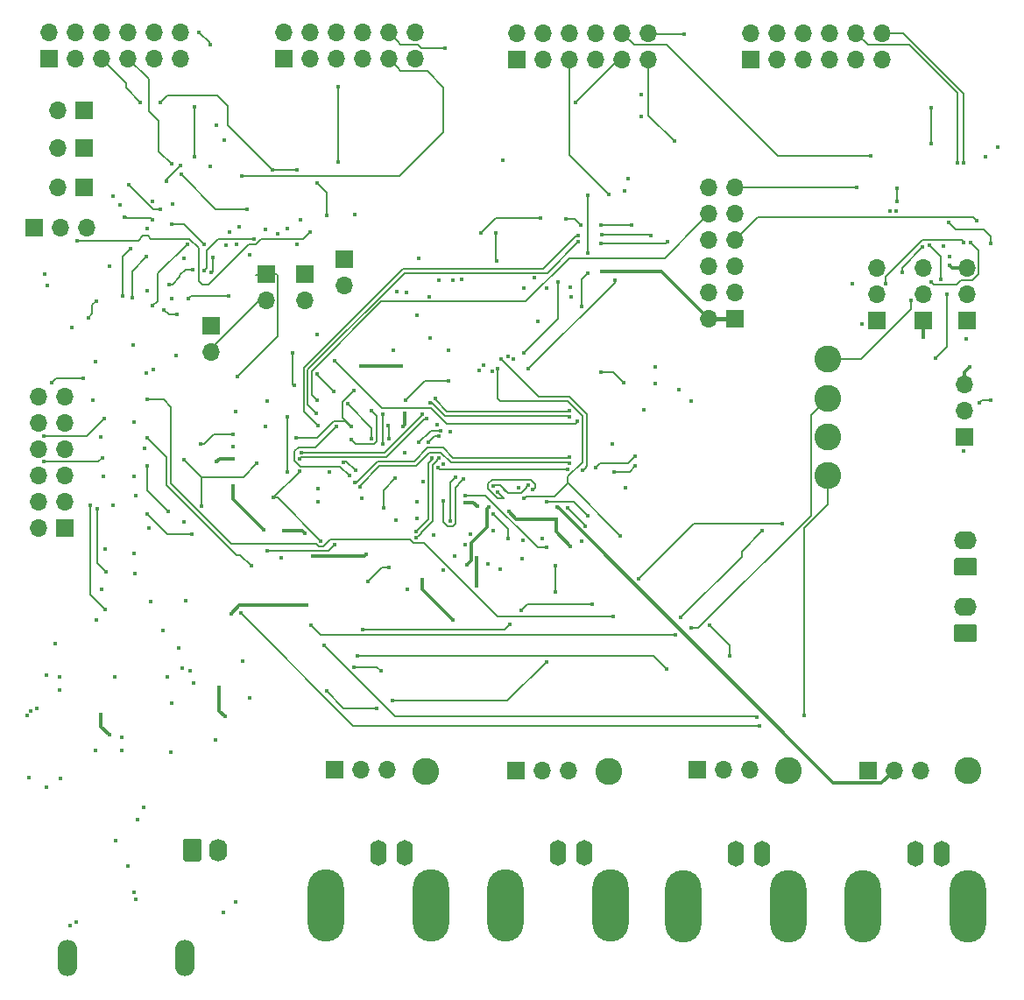
<source format=gbr>
G04 #@! TF.GenerationSoftware,KiCad,Pcbnew,5.1.5+dfsg1-2build2*
G04 #@! TF.CreationDate,2021-12-23T23:12:40-03:00*
G04 #@! TF.ProjectId,board_test,626f6172-645f-4746-9573-742e6b696361,rev?*
G04 #@! TF.SameCoordinates,Original*
G04 #@! TF.FileFunction,Copper,L4,Bot*
G04 #@! TF.FilePolarity,Positive*
%FSLAX46Y46*%
G04 Gerber Fmt 4.6, Leading zero omitted, Abs format (unit mm)*
G04 Created by KiCad (PCBNEW 5.1.5+dfsg1-2build2) date 2021-12-23 23:12:40*
%MOMM*%
%LPD*%
G04 APERTURE LIST*
%ADD10C,2.600000*%
%ADD11O,1.900000X3.500000*%
%ADD12O,1.700000X1.700000*%
%ADD13R,1.700000X1.700000*%
%ADD14C,0.100000*%
%ADD15O,2.200000X1.740000*%
%ADD16O,1.740000X2.200000*%
%ADD17O,3.500000X7.000000*%
%ADD18O,1.600000X2.500000*%
%ADD19C,0.400000*%
%ADD20C,0.450000*%
%ADD21C,0.200000*%
%ADD22C,0.300000*%
%ADD23C,0.400000*%
%ADD24C,0.250000*%
G04 APERTURE END LIST*
D10*
X215130000Y-92540000D03*
X232520000Y-92440000D03*
X197450000Y-92540000D03*
X249870000Y-92460000D03*
X236370000Y-63920000D03*
X236300000Y-60150000D03*
X236310000Y-56420000D03*
X236340000Y-52670000D03*
D11*
X174230000Y-110570000D03*
X162830000Y-110570000D03*
D12*
X241620000Y-21110000D03*
X241620000Y-23650000D03*
X239080000Y-21110000D03*
X239080000Y-23650000D03*
X236540000Y-21110000D03*
X236540000Y-23650000D03*
X234000000Y-21110000D03*
X234000000Y-23650000D03*
X231460000Y-21110000D03*
X231460000Y-23650000D03*
X228920000Y-21110000D03*
D13*
X228920000Y-23650000D03*
D12*
X196420000Y-21100000D03*
X196420000Y-23640000D03*
X193880000Y-21100000D03*
X193880000Y-23640000D03*
X191340000Y-21100000D03*
X191340000Y-23640000D03*
X188800000Y-21100000D03*
X188800000Y-23640000D03*
X186260000Y-21100000D03*
X186260000Y-23640000D03*
X183720000Y-21100000D03*
D13*
X183720000Y-23640000D03*
D12*
X224850250Y-36040000D03*
X227390250Y-36040000D03*
X224850250Y-38580000D03*
X227390250Y-38580000D03*
X224850250Y-41120000D03*
X227390250Y-41120000D03*
X224850250Y-43660000D03*
X227390250Y-43660000D03*
X224850250Y-46200000D03*
X227390250Y-46200000D03*
X224850250Y-48740000D03*
D13*
X227390250Y-48740000D03*
D12*
X245570000Y-43840000D03*
X245570000Y-46380000D03*
D13*
X245570000Y-48920000D03*
X162560000Y-68950000D03*
D12*
X160020000Y-68950000D03*
X162560000Y-66410000D03*
X160020000Y-66410000D03*
X162560000Y-63870000D03*
X160020000Y-63870000D03*
X162560000Y-61330000D03*
X160020000Y-61330000D03*
X162560000Y-58790000D03*
X160020000Y-58790000D03*
X162560000Y-56250000D03*
X160020000Y-56250000D03*
X211310000Y-92420000D03*
X208770000Y-92420000D03*
D13*
X206230000Y-92420000D03*
D12*
X193740000Y-92360000D03*
X191200000Y-92360000D03*
D13*
X188660000Y-92360000D03*
D12*
X228810000Y-92370000D03*
X226270000Y-92370000D03*
D13*
X223730000Y-92370000D03*
D12*
X245270000Y-92450000D03*
X242730000Y-92450000D03*
D13*
X240190000Y-92450000D03*
D12*
X241070000Y-43810000D03*
X241070000Y-46350000D03*
D13*
X241070000Y-48890000D03*
D12*
X164720000Y-39950000D03*
X162180000Y-39950000D03*
D13*
X159640000Y-39950000D03*
D12*
X189580000Y-45520000D03*
D13*
X189580000Y-42980000D03*
D12*
X185780000Y-46990000D03*
D13*
X185780000Y-44450000D03*
D12*
X176740000Y-51990000D03*
D13*
X176740000Y-49450000D03*
D12*
X182040000Y-47010000D03*
D13*
X182040000Y-44470000D03*
D12*
X161890000Y-32240000D03*
D13*
X164430000Y-32240000D03*
D12*
X161910000Y-28560000D03*
D13*
X164450000Y-28560000D03*
D12*
X161880000Y-36030000D03*
D13*
X164420000Y-36030000D03*
D12*
X249570000Y-55090000D03*
X249570000Y-57630000D03*
D13*
X249570000Y-60170000D03*
D12*
X249760000Y-43850000D03*
X249760000Y-46390000D03*
D13*
X249760000Y-48930000D03*
D12*
X173810000Y-21100000D03*
X173810000Y-23640000D03*
X171270000Y-21100000D03*
X171270000Y-23640000D03*
X168730000Y-21100000D03*
X168730000Y-23640000D03*
X166190000Y-21100000D03*
X166190000Y-23640000D03*
X163650000Y-21100000D03*
X163650000Y-23640000D03*
X161110000Y-21100000D03*
D13*
X161110000Y-23640000D03*
D12*
X219000000Y-21120000D03*
X219000000Y-23660000D03*
X216460000Y-21120000D03*
X216460000Y-23660000D03*
X213920000Y-21120000D03*
X213920000Y-23660000D03*
X211380000Y-21120000D03*
X211380000Y-23660000D03*
X208840000Y-21120000D03*
X208840000Y-23660000D03*
X206300000Y-21120000D03*
D13*
X206300000Y-23660000D03*
G04 #@! TA.AperFunction,ComponentPad*
D14*
G36*
X250524505Y-78261204D02*
G01*
X250548773Y-78264804D01*
X250572572Y-78270765D01*
X250595671Y-78279030D01*
X250617850Y-78289520D01*
X250638893Y-78302132D01*
X250658599Y-78316747D01*
X250676777Y-78333223D01*
X250693253Y-78351401D01*
X250707868Y-78371107D01*
X250720480Y-78392150D01*
X250730970Y-78414329D01*
X250739235Y-78437428D01*
X250745196Y-78461227D01*
X250748796Y-78485495D01*
X250750000Y-78509999D01*
X250750000Y-79750001D01*
X250748796Y-79774505D01*
X250745196Y-79798773D01*
X250739235Y-79822572D01*
X250730970Y-79845671D01*
X250720480Y-79867850D01*
X250707868Y-79888893D01*
X250693253Y-79908599D01*
X250676777Y-79926777D01*
X250658599Y-79943253D01*
X250638893Y-79957868D01*
X250617850Y-79970480D01*
X250595671Y-79980970D01*
X250572572Y-79989235D01*
X250548773Y-79995196D01*
X250524505Y-79998796D01*
X250500001Y-80000000D01*
X248799999Y-80000000D01*
X248775495Y-79998796D01*
X248751227Y-79995196D01*
X248727428Y-79989235D01*
X248704329Y-79980970D01*
X248682150Y-79970480D01*
X248661107Y-79957868D01*
X248641401Y-79943253D01*
X248623223Y-79926777D01*
X248606747Y-79908599D01*
X248592132Y-79888893D01*
X248579520Y-79867850D01*
X248569030Y-79845671D01*
X248560765Y-79822572D01*
X248554804Y-79798773D01*
X248551204Y-79774505D01*
X248550000Y-79750001D01*
X248550000Y-78509999D01*
X248551204Y-78485495D01*
X248554804Y-78461227D01*
X248560765Y-78437428D01*
X248569030Y-78414329D01*
X248579520Y-78392150D01*
X248592132Y-78371107D01*
X248606747Y-78351401D01*
X248623223Y-78333223D01*
X248641401Y-78316747D01*
X248661107Y-78302132D01*
X248682150Y-78289520D01*
X248704329Y-78279030D01*
X248727428Y-78270765D01*
X248751227Y-78264804D01*
X248775495Y-78261204D01*
X248799999Y-78260000D01*
X250500001Y-78260000D01*
X250524505Y-78261204D01*
G37*
G04 #@! TD.AperFunction*
D15*
X249650000Y-76590000D03*
X249650000Y-70190000D03*
G04 #@! TA.AperFunction,ComponentPad*
D14*
G36*
X250524505Y-71861204D02*
G01*
X250548773Y-71864804D01*
X250572572Y-71870765D01*
X250595671Y-71879030D01*
X250617850Y-71889520D01*
X250638893Y-71902132D01*
X250658599Y-71916747D01*
X250676777Y-71933223D01*
X250693253Y-71951401D01*
X250707868Y-71971107D01*
X250720480Y-71992150D01*
X250730970Y-72014329D01*
X250739235Y-72037428D01*
X250745196Y-72061227D01*
X250748796Y-72085495D01*
X250750000Y-72109999D01*
X250750000Y-73350001D01*
X250748796Y-73374505D01*
X250745196Y-73398773D01*
X250739235Y-73422572D01*
X250730970Y-73445671D01*
X250720480Y-73467850D01*
X250707868Y-73488893D01*
X250693253Y-73508599D01*
X250676777Y-73526777D01*
X250658599Y-73543253D01*
X250638893Y-73557868D01*
X250617850Y-73570480D01*
X250595671Y-73580970D01*
X250572572Y-73589235D01*
X250548773Y-73595196D01*
X250524505Y-73598796D01*
X250500001Y-73600000D01*
X248799999Y-73600000D01*
X248775495Y-73598796D01*
X248751227Y-73595196D01*
X248727428Y-73589235D01*
X248704329Y-73580970D01*
X248682150Y-73570480D01*
X248661107Y-73557868D01*
X248641401Y-73543253D01*
X248623223Y-73526777D01*
X248606747Y-73508599D01*
X248592132Y-73488893D01*
X248579520Y-73467850D01*
X248569030Y-73445671D01*
X248560765Y-73422572D01*
X248554804Y-73398773D01*
X248551204Y-73374505D01*
X248550000Y-73350001D01*
X248550000Y-72109999D01*
X248551204Y-72085495D01*
X248554804Y-72061227D01*
X248560765Y-72037428D01*
X248569030Y-72014329D01*
X248579520Y-71992150D01*
X248592132Y-71971107D01*
X248606747Y-71951401D01*
X248623223Y-71933223D01*
X248641401Y-71916747D01*
X248661107Y-71902132D01*
X248682150Y-71889520D01*
X248704329Y-71879030D01*
X248727428Y-71870765D01*
X248751227Y-71864804D01*
X248775495Y-71861204D01*
X248799999Y-71860000D01*
X250500001Y-71860000D01*
X250524505Y-71861204D01*
G37*
G04 #@! TD.AperFunction*
D16*
X177450000Y-100110000D03*
G04 #@! TA.AperFunction,ComponentPad*
D14*
G36*
X175554505Y-99011204D02*
G01*
X175578773Y-99014804D01*
X175602572Y-99020765D01*
X175625671Y-99029030D01*
X175647850Y-99039520D01*
X175668893Y-99052132D01*
X175688599Y-99066747D01*
X175706777Y-99083223D01*
X175723253Y-99101401D01*
X175737868Y-99121107D01*
X175750480Y-99142150D01*
X175760970Y-99164329D01*
X175769235Y-99187428D01*
X175775196Y-99211227D01*
X175778796Y-99235495D01*
X175780000Y-99259999D01*
X175780000Y-100960001D01*
X175778796Y-100984505D01*
X175775196Y-101008773D01*
X175769235Y-101032572D01*
X175760970Y-101055671D01*
X175750480Y-101077850D01*
X175737868Y-101098893D01*
X175723253Y-101118599D01*
X175706777Y-101136777D01*
X175688599Y-101153253D01*
X175668893Y-101167868D01*
X175647850Y-101180480D01*
X175625671Y-101190970D01*
X175602572Y-101199235D01*
X175578773Y-101205196D01*
X175554505Y-101208796D01*
X175530001Y-101210000D01*
X174289999Y-101210000D01*
X174265495Y-101208796D01*
X174241227Y-101205196D01*
X174217428Y-101199235D01*
X174194329Y-101190970D01*
X174172150Y-101180480D01*
X174151107Y-101167868D01*
X174131401Y-101153253D01*
X174113223Y-101136777D01*
X174096747Y-101118599D01*
X174082132Y-101098893D01*
X174069520Y-101077850D01*
X174059030Y-101055671D01*
X174050765Y-101032572D01*
X174044804Y-101008773D01*
X174041204Y-100984505D01*
X174040000Y-100960001D01*
X174040000Y-99259999D01*
X174041204Y-99235495D01*
X174044804Y-99211227D01*
X174050765Y-99187428D01*
X174059030Y-99164329D01*
X174069520Y-99142150D01*
X174082132Y-99121107D01*
X174096747Y-99101401D01*
X174113223Y-99083223D01*
X174131401Y-99066747D01*
X174151107Y-99052132D01*
X174172150Y-99039520D01*
X174194329Y-99029030D01*
X174217428Y-99020765D01*
X174241227Y-99014804D01*
X174265495Y-99011204D01*
X174289999Y-99010000D01*
X175530001Y-99010000D01*
X175554505Y-99011204D01*
G37*
G04 #@! TD.AperFunction*
D17*
X249880000Y-105590000D03*
X239720000Y-105590000D03*
D18*
X244800000Y-100510000D03*
X247340000Y-100510000D03*
X229990000Y-100470000D03*
X227450000Y-100470000D03*
D17*
X222370000Y-105550000D03*
X232530000Y-105550000D03*
X197970000Y-105500000D03*
X187810000Y-105500000D03*
D18*
X192890000Y-100420000D03*
X195430000Y-100420000D03*
X212780000Y-100430000D03*
X210240000Y-100430000D03*
D17*
X205160000Y-105510000D03*
X215320000Y-105510000D03*
D19*
X187640000Y-80360000D03*
X229500000Y-87240000D03*
X164340000Y-54550000D03*
X161360000Y-54910000D03*
X170530000Y-63010000D03*
X172570876Y-67389124D03*
X190870000Y-81310000D03*
X220800000Y-82660000D03*
X160560000Y-60130000D03*
X166420000Y-58430000D03*
X160580000Y-62580000D03*
X166200000Y-62230000D03*
X190550000Y-82410000D03*
X193160000Y-82800000D03*
X187920000Y-84770000D03*
X192730000Y-86400000D03*
X194260000Y-85700000D03*
X209133600Y-81950000D03*
X165730000Y-67090000D03*
X166570000Y-73250000D03*
X165040000Y-66780000D03*
X166490000Y-76850000D03*
X210188515Y-66958586D03*
X202350000Y-74590000D03*
X201260000Y-66510000D03*
X202412999Y-71889183D03*
X202440001Y-66892256D03*
D20*
X168670000Y-101690000D03*
D19*
X183740000Y-69230000D03*
X185763559Y-69456441D03*
X186590000Y-71680000D03*
X191705000Y-71555000D03*
X195450000Y-61730000D03*
X190660000Y-63410000D03*
X189500000Y-62625527D03*
X193379546Y-67026884D03*
X194520000Y-64180000D03*
X181830000Y-69130000D03*
X178859999Y-64945000D03*
X179090000Y-57710000D03*
X172900000Y-85910000D03*
X180839540Y-41021279D03*
X176052291Y-44055010D03*
X174930000Y-43990000D03*
X172700000Y-45430000D03*
X187900000Y-38740000D03*
X182699998Y-34390000D03*
X169880000Y-27820000D03*
X171830000Y-27810000D03*
X185020000Y-34390000D03*
X186970000Y-35650000D03*
X168358606Y-38899170D03*
X171052985Y-39162983D03*
X168742696Y-35772696D03*
X171820000Y-38150000D03*
X165600000Y-47080000D03*
X164850000Y-48670000D03*
X168160000Y-46530000D03*
X168970000Y-41972500D03*
X174420000Y-41520000D03*
X171080000Y-47500000D03*
X173410000Y-48340000D03*
X172200000Y-47880000D03*
X169110000Y-46700000D03*
X170505000Y-42750000D03*
X205427501Y-70000000D03*
X203990000Y-67660000D03*
X198760000Y-60130000D03*
X197700000Y-60730008D03*
X196630000Y-66480000D03*
X217710000Y-62060000D03*
X213868946Y-63181054D03*
X199670000Y-54800000D03*
X195570000Y-56620000D03*
X193359999Y-58015010D03*
X193359999Y-60850000D03*
X215660000Y-63530000D03*
X217740000Y-62970000D03*
X197210008Y-64530000D03*
X198550000Y-58990000D03*
X214390000Y-53940000D03*
X216622500Y-54970000D03*
X200347510Y-64060000D03*
X199825000Y-68320000D03*
X222090000Y-77660000D03*
X215570000Y-77580000D03*
X170520000Y-56580000D03*
X229980000Y-69280000D03*
X244419999Y-46950001D03*
X245520000Y-41830000D03*
X243530000Y-44270000D03*
X170560000Y-60240000D03*
X221600000Y-79350000D03*
X223140000Y-78630000D03*
X186348554Y-78361446D03*
X180652463Y-72665355D03*
X246160000Y-41670000D03*
X247230000Y-44910000D03*
X218040000Y-73880000D03*
X213540000Y-76350000D03*
X206730000Y-76940000D03*
X205570000Y-78270000D03*
X191360000Y-78780000D03*
X174880000Y-69600000D03*
X170530000Y-67640000D03*
X231930000Y-68530000D03*
X179590000Y-77240000D03*
X229740000Y-88140000D03*
X234080000Y-87130000D03*
X246740000Y-52590000D03*
X247840000Y-46380000D03*
X239170000Y-36040000D03*
X249500000Y-41350000D03*
X241920000Y-45330000D03*
X246350000Y-45190000D03*
X250100000Y-41350000D03*
X250710000Y-39240000D03*
X249470000Y-33650000D03*
X248850000Y-33650000D03*
X246339999Y-31783151D03*
X246339999Y-28310001D03*
X222490000Y-21260000D03*
X240455030Y-33005030D03*
X243050000Y-36120000D03*
X243010000Y-37420000D03*
X248030000Y-39430000D03*
X252080000Y-41480000D03*
X252050010Y-56640000D03*
X250990000Y-56860000D03*
X177990000Y-31470000D03*
X214478555Y-44141445D03*
X200980000Y-44910000D03*
X196780000Y-42910000D03*
X198740000Y-45040000D03*
X165560000Y-52910000D03*
X165310000Y-56620000D03*
X166090000Y-60200000D03*
X166310000Y-63950000D03*
X167270000Y-66770000D03*
X166480000Y-71010000D03*
X166180000Y-74890000D03*
X242360000Y-38379999D03*
X242950000Y-38379999D03*
X251610000Y-33090000D03*
D20*
X165620000Y-77860000D03*
D19*
X179680000Y-34980000D03*
X189030000Y-26350000D03*
X189030000Y-33570000D03*
X199300000Y-22570000D03*
X212576446Y-47576446D03*
X213140000Y-44360000D03*
X213150000Y-42370000D03*
X213150000Y-36800000D03*
X221480000Y-31560000D03*
X211920000Y-27830000D03*
X215190000Y-36700000D03*
X176610000Y-22220000D03*
X175580000Y-21080000D03*
X175130000Y-33070000D03*
X175130000Y-28300000D03*
X173728554Y-33911446D03*
X172390000Y-35490000D03*
X180230000Y-38150000D03*
X173840000Y-34800000D03*
X172890000Y-33780000D03*
X187060000Y-59100000D03*
X212240000Y-40720000D03*
X214490000Y-40620000D03*
X219260000Y-40680000D03*
X186930000Y-57910000D03*
X212190000Y-41330000D03*
X214380000Y-41430000D03*
X220870000Y-41270000D03*
X186970000Y-56620000D03*
X217370000Y-39710000D03*
X214450000Y-39730000D03*
X212460000Y-39700000D03*
X211060000Y-39070000D03*
X208530000Y-39030000D03*
X202820000Y-40470000D03*
X179290000Y-54320000D03*
X174517500Y-46810000D03*
X178420000Y-46530000D03*
X186330000Y-40340000D03*
X163740000Y-41200000D03*
X184640000Y-52030000D03*
X184740000Y-55160000D03*
X184080000Y-63590000D03*
X184080000Y-58220000D03*
X211159102Y-63327081D03*
X198660000Y-63155000D03*
X192259999Y-60354990D03*
X186975000Y-54045000D03*
X189940000Y-57000000D03*
X188610000Y-55815000D03*
X212130000Y-58680000D03*
X188660000Y-52840000D03*
X188630000Y-70590000D03*
X182153909Y-71163909D03*
X182780000Y-66050000D03*
X185255000Y-63520000D03*
X187350000Y-70250000D03*
X190250000Y-59170000D03*
X190570000Y-55690000D03*
X184960000Y-60250000D03*
X192259999Y-57620000D03*
X190275000Y-60455000D03*
X174080000Y-62380000D03*
X175765000Y-66870000D03*
X181172500Y-62760000D03*
X178859999Y-59890000D03*
X175750031Y-60850031D03*
X191870000Y-74130000D03*
X193920000Y-72765000D03*
X196830000Y-60720000D03*
X193880000Y-60370000D03*
X193859999Y-59070000D03*
X188810000Y-59140000D03*
X190070000Y-63910000D03*
X198942866Y-59558544D03*
X199180000Y-62780000D03*
X199830000Y-59690000D03*
X201130000Y-64250000D03*
X199200000Y-66370000D03*
X196600000Y-48440000D03*
X207410728Y-64829856D03*
X204015844Y-64941461D03*
X206850000Y-70200000D03*
X208714990Y-70040000D03*
X206450000Y-65100000D03*
X203911711Y-53853684D03*
X194350000Y-51840000D03*
X196630000Y-68055000D03*
D20*
X179750000Y-81870000D03*
D19*
X218540000Y-57550000D03*
X211340000Y-62105000D03*
X190640190Y-64580190D03*
X211340000Y-62755000D03*
X191099810Y-65039810D03*
X198389810Y-56430190D03*
X211320000Y-57605000D03*
X197930190Y-56889810D03*
X211320000Y-58255000D03*
X197569810Y-58399810D03*
X185307498Y-62256658D03*
X185412453Y-61665907D03*
X197110190Y-57940190D03*
X196540720Y-69935720D03*
X198705000Y-62180000D03*
X196540720Y-69285720D03*
X198055000Y-62180000D03*
X176720000Y-44290000D03*
X176860000Y-42820000D03*
X176030000Y-41590000D03*
X172880000Y-39650000D03*
D20*
X166900000Y-89000000D03*
X166070000Y-86980000D03*
X172475000Y-83380000D03*
X174660000Y-82750000D03*
X173950000Y-82500000D03*
D19*
X186975000Y-50235000D03*
X177520000Y-84420000D03*
X178050000Y-87230000D03*
X176630000Y-34030000D03*
X178540000Y-40370000D03*
X185340000Y-39150000D03*
X249750000Y-50680000D03*
X247520000Y-41690000D03*
X208010000Y-44810000D03*
X209150000Y-45790000D03*
X206960000Y-45790000D03*
X184110000Y-40040000D03*
X185050000Y-41560000D03*
X208310000Y-48980000D03*
X179210000Y-41550000D03*
X202650000Y-53750000D03*
X203050000Y-53240000D03*
X204020000Y-69250000D03*
X201250000Y-70600000D03*
X197900000Y-50630000D03*
X199680000Y-51800000D03*
X197850000Y-46600000D03*
X195620000Y-46220000D03*
X177200000Y-30060000D03*
X190630000Y-38710000D03*
X194650000Y-46110000D03*
X219630000Y-54990000D03*
X219700000Y-53420000D03*
X221910000Y-55580000D03*
X223160000Y-56710000D03*
X216810000Y-65070000D03*
X163300000Y-49570000D03*
X171066531Y-37392623D03*
X179480000Y-39830000D03*
X252760000Y-32130000D03*
X204440000Y-65530000D03*
X204710000Y-72970000D03*
X203455910Y-72455910D03*
X206820000Y-71910000D03*
X173380000Y-52280000D03*
X169210000Y-51290000D03*
X171120000Y-53700000D03*
X170480000Y-54030000D03*
X169290000Y-58720000D03*
X169290000Y-63990000D03*
X170330000Y-61250000D03*
X169410000Y-65840000D03*
X170700000Y-68950000D03*
X169290000Y-71450000D03*
X169350000Y-73360000D03*
X239640000Y-49260000D03*
X245570000Y-50490000D03*
X249450000Y-61560000D03*
X215520000Y-60820000D03*
X183150000Y-40510000D03*
X167890000Y-37750000D03*
D20*
X177900000Y-106190000D03*
X179100000Y-105180000D03*
X163080000Y-107440000D03*
X163710000Y-107060000D03*
X167520000Y-99210000D03*
X169580000Y-97160000D03*
X170250000Y-95980000D03*
X168084999Y-90500000D03*
X168119586Y-89239586D03*
X165515001Y-90510000D03*
X162150000Y-93160000D03*
X160840000Y-94050000D03*
X159120000Y-93150000D03*
X162070000Y-84650000D03*
X162080000Y-83410000D03*
X167430000Y-83370000D03*
X175070000Y-83980000D03*
X172064999Y-78880000D03*
X170900000Y-76130000D03*
D19*
X207834432Y-65254682D03*
X211205007Y-67055007D03*
X207834432Y-65254682D03*
X212850000Y-68830000D03*
X212580000Y-70260000D03*
X195700000Y-74880000D03*
X200231879Y-71673700D03*
X198249090Y-69690910D03*
X194580000Y-68250000D03*
X191270000Y-66120000D03*
X174070000Y-68430000D03*
X181940000Y-59180000D03*
X182156409Y-56706409D03*
X183480000Y-71850000D03*
X172900000Y-46790000D03*
X200110000Y-45000000D03*
X211500000Y-46640000D03*
X211480000Y-45710000D03*
X169440000Y-104860000D03*
X169250000Y-104240000D03*
X160840000Y-83170000D03*
X173600000Y-80620000D03*
X188200000Y-63610000D03*
X170550000Y-40060000D03*
X167290000Y-36870000D03*
X170540000Y-46040000D03*
X174110000Y-42950000D03*
X161680000Y-80190000D03*
X166930000Y-43710000D03*
X172800000Y-90650000D03*
X180470000Y-85430000D03*
X177120000Y-89500000D03*
X180470000Y-42560000D03*
X204900000Y-33440000D03*
X218280000Y-29180000D03*
X218340000Y-27060000D03*
X217030000Y-35230000D03*
X216692500Y-36350000D03*
X197100000Y-74020000D03*
X248090000Y-43610000D03*
X173020000Y-37620000D03*
X160880000Y-45550000D03*
X160680000Y-44440000D03*
X248090000Y-42710000D03*
X238710000Y-45350000D03*
X250040000Y-53420000D03*
X199140000Y-73010000D03*
X201830000Y-69610000D03*
X211480000Y-70760000D03*
X210051405Y-68120000D03*
X205530000Y-67420000D03*
D20*
X158910000Y-87140000D03*
X159270000Y-86650000D03*
X159890000Y-86440000D03*
X174260000Y-76040000D03*
X178640000Y-77260000D03*
D19*
X195310000Y-59130000D03*
X195425000Y-57915000D03*
X185960000Y-76430000D03*
X187035000Y-65215000D03*
X187035000Y-66485000D03*
X178859999Y-61135000D03*
X195100000Y-53300000D03*
X191250000Y-53310000D03*
X178859999Y-62310000D03*
X177270000Y-62580000D03*
X200060000Y-77860000D03*
X182010000Y-40100000D03*
X178150000Y-41660000D03*
X205950000Y-52640000D03*
X213100000Y-67760000D03*
X209200000Y-66430001D03*
X204460000Y-53610000D03*
X216310000Y-69730000D03*
X224920000Y-78370000D03*
X226890000Y-81360000D03*
X206975000Y-66130000D03*
X205403047Y-52393333D03*
X203591446Y-66918554D03*
X201436842Y-72546842D03*
X201284065Y-65850569D03*
X204760000Y-52630000D03*
X212650910Y-63390910D03*
X209199090Y-70889090D03*
X210010000Y-72650000D03*
X210042359Y-75173187D03*
X207410000Y-53570000D03*
X215730000Y-45040000D03*
X206950001Y-52050000D03*
X210270000Y-45170000D03*
X204210000Y-40430000D03*
X204300000Y-43140000D03*
D21*
X194510000Y-87230000D02*
X227950000Y-87230000D01*
X187640000Y-80360000D02*
X194510000Y-87230000D01*
X229490000Y-87230000D02*
X229500000Y-87240000D01*
X227950000Y-87230000D02*
X229490000Y-87230000D01*
X161720000Y-54550000D02*
X161360000Y-54910000D01*
X164340000Y-54550000D02*
X161720000Y-54550000D01*
X170530000Y-65348248D02*
X172570876Y-67389124D01*
X170530000Y-63010000D02*
X170530000Y-65348248D01*
X219450000Y-81310000D02*
X220800000Y-82660000D01*
X190870000Y-81310000D02*
X219450000Y-81310000D01*
X164720000Y-60130000D02*
X166420000Y-58430000D01*
X160560000Y-60130000D02*
X164720000Y-60130000D01*
X165850000Y-62580000D02*
X166200000Y-62230000D01*
X160580000Y-62580000D02*
X165850000Y-62580000D01*
X192770000Y-82410000D02*
X193160000Y-82800000D01*
X190550000Y-82410000D02*
X192770000Y-82410000D01*
X209103600Y-81920000D02*
X209133600Y-81950000D01*
X189550000Y-86400000D02*
X192730000Y-86400000D01*
X187920000Y-84770000D02*
X189550000Y-86400000D01*
X205383600Y-85700000D02*
X209133600Y-81950000D01*
X194260000Y-85700000D02*
X205383600Y-85700000D01*
X165730000Y-72410000D02*
X166570000Y-73250000D01*
X165730000Y-67090000D02*
X165730000Y-72410000D01*
X165040000Y-75400000D02*
X166490000Y-76850000D01*
X165040000Y-66780000D02*
X165040000Y-75400000D01*
D22*
X210388514Y-67158585D02*
X210188515Y-66958586D01*
X236879930Y-93650001D02*
X210388514Y-67158585D01*
X241529999Y-93650001D02*
X236879930Y-93650001D01*
X242730000Y-92450000D02*
X241529999Y-93650001D01*
D21*
X202350000Y-74590000D02*
X202350000Y-74580000D01*
D22*
X202350000Y-71952182D02*
X202412999Y-71889183D01*
X202350000Y-74590000D02*
X202350000Y-71952182D01*
X202057745Y-66510000D02*
X202440001Y-66892256D01*
X201260000Y-66510000D02*
X202057745Y-66510000D01*
X185537118Y-69230000D02*
X185763559Y-69456441D01*
X183740000Y-69230000D02*
X185537118Y-69230000D01*
X191580000Y-71680000D02*
X191705000Y-71555000D01*
X186590000Y-71680000D02*
X191580000Y-71680000D01*
D21*
X189810000Y-62560000D02*
X190660000Y-63410000D01*
X189430000Y-62560000D02*
X189810000Y-62560000D01*
X193379546Y-65320454D02*
X194520000Y-64180000D01*
X193379546Y-67026884D02*
X193379546Y-65320454D01*
D22*
X178859999Y-66159999D02*
X178859999Y-64945000D01*
X181830000Y-69130000D02*
X178859999Y-66159999D01*
D21*
X177388721Y-41021279D02*
X180839540Y-41021279D01*
X176269999Y-43837302D02*
X176269999Y-42140001D01*
X176052291Y-44055010D02*
X176269999Y-43837302D01*
X173720000Y-44530000D02*
X174260000Y-43990000D01*
X174260000Y-43990000D02*
X174930000Y-43990000D01*
X172982842Y-45430000D02*
X173720000Y-44692842D01*
X173720000Y-44692842D02*
X173720000Y-44530000D01*
X172700000Y-45430000D02*
X172982842Y-45430000D01*
X176269999Y-42140001D02*
X177388721Y-41021279D01*
X187900000Y-36580000D02*
X187900000Y-38740000D01*
X168500000Y-26440000D02*
X169880000Y-27820000D01*
X172510002Y-27129998D02*
X177320001Y-27129998D01*
X178360000Y-28169997D02*
X178360000Y-30050002D01*
X171830000Y-27810000D02*
X172510002Y-27129998D01*
X178360000Y-30050002D02*
X182699998Y-34390000D01*
X177320001Y-27129998D02*
X178360000Y-28169997D01*
X185020000Y-34390000D02*
X182699998Y-34390000D01*
X186970000Y-35650000D02*
X187900000Y-36580000D01*
X168500000Y-25950000D02*
X166190000Y-23640000D01*
X168500000Y-26440000D02*
X168500000Y-25950000D01*
X168358606Y-38899170D02*
X168509170Y-38899170D01*
X168509170Y-38899170D02*
X168630000Y-39020000D01*
X168630000Y-39020000D02*
X170910001Y-39019999D01*
X171052985Y-39162983D02*
X170910001Y-39019999D01*
X171820000Y-38150000D02*
X171120000Y-38150000D01*
X169850000Y-36890000D02*
X168742696Y-35772696D01*
X165600000Y-47080000D02*
X165250000Y-47430000D01*
X165250000Y-48270000D02*
X164850000Y-48670000D01*
X165250000Y-47430000D02*
X165250000Y-48270000D01*
X168160000Y-46530000D02*
X168160000Y-42750000D01*
X171120000Y-38150000D02*
X169850000Y-36890000D01*
X168192500Y-42750000D02*
X168970000Y-41972500D01*
X168160000Y-42750000D02*
X168192500Y-42750000D01*
X171559999Y-47020001D02*
X171080000Y-47500000D01*
X171559999Y-44380001D02*
X171559999Y-47020001D01*
X174420000Y-41520000D02*
X171559999Y-44380001D01*
X172660000Y-48340000D02*
X172200000Y-47880000D01*
X173410000Y-48340000D02*
X172660000Y-48340000D01*
X169110000Y-44145000D02*
X170505000Y-42750000D01*
X169110000Y-46700000D02*
X169110000Y-44145000D01*
X205427501Y-69097501D02*
X203990000Y-67660000D01*
X205427501Y-70000000D02*
X205427501Y-69097501D01*
X198300008Y-60130000D02*
X197700000Y-60730008D01*
X198760000Y-60130000D02*
X198300008Y-60130000D01*
X217019090Y-62750910D02*
X217710000Y-62060000D01*
X214299090Y-62750910D02*
X217019090Y-62750910D01*
X213868946Y-63181054D02*
X214299090Y-62750910D01*
X197390000Y-54800000D02*
X195570000Y-56620000D01*
X199670000Y-54800000D02*
X197390000Y-54800000D01*
X193359999Y-58015010D02*
X193359999Y-60850000D01*
X217180000Y-63530000D02*
X217740000Y-62970000D01*
X215660000Y-63530000D02*
X217180000Y-63530000D01*
X215592500Y-53940000D02*
X216622500Y-54970000D01*
X214390000Y-53940000D02*
X215592500Y-53940000D01*
X199825000Y-64582510D02*
X199825000Y-68320000D01*
X200347510Y-64060000D02*
X199825000Y-64582510D01*
X228000000Y-71750000D02*
X222090000Y-77660000D01*
X172130000Y-56580000D02*
X170520000Y-56580000D01*
X204445000Y-77580000D02*
X197300721Y-70435721D01*
X215570000Y-77580000D02*
X204445000Y-77580000D01*
X186849999Y-70490001D02*
X178644999Y-70490001D01*
X172820000Y-64665002D02*
X172820000Y-57270000D01*
X197300721Y-70435721D02*
X196300719Y-70435721D01*
X195954997Y-70089999D02*
X188250003Y-70089999D01*
X187590001Y-70750001D02*
X187109999Y-70750001D01*
X178644999Y-70490001D02*
X172820000Y-64665002D01*
X188250003Y-70089999D02*
X187590001Y-70750001D01*
X187109999Y-70750001D02*
X186849999Y-70490001D01*
X196300719Y-70435721D02*
X195954997Y-70089999D01*
X172820000Y-57270000D02*
X172130000Y-56580000D01*
X228000000Y-71260000D02*
X229980000Y-69280000D01*
X228000000Y-71750000D02*
X228000000Y-71260000D01*
X244419999Y-47780003D02*
X244419999Y-46950001D01*
X239530002Y-52670000D02*
X244419999Y-47780003D01*
X236340000Y-52670000D02*
X239530002Y-52670000D01*
X243530000Y-43820000D02*
X243530000Y-44270000D01*
X245520000Y-41830000D02*
X243530000Y-43820000D01*
X172419990Y-62099990D02*
X172419990Y-64830691D01*
X170560000Y-60240000D02*
X172419990Y-62099990D01*
X179159299Y-71570000D02*
X172419990Y-64830691D01*
X179557108Y-71570000D02*
X180652463Y-72665355D01*
X179159299Y-71570000D02*
X179557108Y-71570000D01*
X187337108Y-79350000D02*
X221600000Y-79350000D01*
X186348554Y-78361446D02*
X187337108Y-79350000D01*
X223840002Y-78630000D02*
X223140000Y-78630000D01*
X234699999Y-67770003D02*
X223840002Y-78630000D01*
X234699999Y-58030001D02*
X234699999Y-67770003D01*
X236310000Y-56420000D02*
X234699999Y-58030001D01*
X247230000Y-42740000D02*
X247230000Y-44910000D01*
X246160000Y-41670000D02*
X247230000Y-42740000D01*
X223390000Y-68530000D02*
X218040000Y-73880000D01*
X207320000Y-76350000D02*
X206730000Y-76940000D01*
X213540000Y-76350000D02*
X207320000Y-76350000D01*
X205060000Y-78780000D02*
X191360000Y-78780000D01*
X205570000Y-78270000D02*
X205060000Y-78780000D01*
X172490000Y-69600000D02*
X170530000Y-67640000D01*
X174880000Y-69600000D02*
X172490000Y-69600000D01*
X231930000Y-68530000D02*
X223390000Y-68530000D01*
X190490000Y-88140000D02*
X229740000Y-88140000D01*
X179590000Y-77240000D02*
X190490000Y-88140000D01*
X236340000Y-63610000D02*
X236340000Y-62735000D01*
X236340000Y-64485000D02*
X236340000Y-63610000D01*
X236340000Y-66695700D02*
X236340000Y-64485000D01*
X234080000Y-68955700D02*
X236340000Y-66695700D01*
X234080000Y-87130000D02*
X234080000Y-68955700D01*
X247840000Y-51490000D02*
X247840000Y-46380000D01*
X246740000Y-52590000D02*
X247840000Y-51490000D01*
X227390250Y-36040000D02*
X239170000Y-36040000D01*
X241920000Y-44689998D02*
X241920000Y-45330000D01*
X245459997Y-41150001D02*
X241920000Y-44689998D01*
X249300001Y-41150001D02*
X245459997Y-41150001D01*
X249500000Y-41350000D02*
X249300001Y-41150001D01*
X250910001Y-44402001D02*
X250910001Y-42160001D01*
X250312001Y-45000001D02*
X250910001Y-44402001D01*
X248797999Y-45410001D02*
X249207999Y-45000001D01*
X250910001Y-42160001D02*
X250100000Y-41350000D01*
X249207999Y-45000001D02*
X250312001Y-45000001D01*
X246570001Y-45410001D02*
X248797999Y-45410001D01*
X246350000Y-45190000D02*
X246570001Y-45410001D01*
X228240249Y-40270001D02*
X227390250Y-41120000D01*
X250399999Y-38929999D02*
X229580251Y-38929999D01*
X250710000Y-39240000D02*
X250399999Y-38929999D01*
X229580251Y-38929999D02*
X228240249Y-40270001D01*
X249470000Y-26994299D02*
X249470000Y-33367158D01*
X243585701Y-21110000D02*
X249470000Y-26994299D01*
X241620000Y-21110000D02*
X243585701Y-21110000D01*
X249470000Y-33367158D02*
X249470000Y-33650000D01*
X248850000Y-33367158D02*
X248850000Y-33650000D01*
X240230001Y-22260001D02*
X244170003Y-22260001D01*
X244170003Y-22260001D02*
X248850000Y-26939998D01*
X239080000Y-21110000D02*
X240230001Y-22260001D01*
X248850000Y-26939998D02*
X248850000Y-33367158D01*
X246339999Y-31783151D02*
X246339999Y-28310001D01*
X222490000Y-21260000D02*
X219140000Y-21260000D01*
X219140000Y-21260000D02*
X219000000Y-21120000D01*
X231483030Y-33005030D02*
X240455030Y-33005030D01*
X220748001Y-22270001D02*
X231483030Y-33005030D01*
X217610001Y-22270001D02*
X220748001Y-22270001D01*
X216460000Y-21120000D02*
X217610001Y-22270001D01*
X243050000Y-37380000D02*
X243010000Y-37420000D01*
X243050000Y-36120000D02*
X243050000Y-37380000D01*
X248030000Y-39430000D02*
X248700000Y-40100000D01*
X248700000Y-40100000D02*
X251380000Y-40100000D01*
X252080000Y-40800000D02*
X252080000Y-41480000D01*
X251380000Y-40100000D02*
X252080000Y-40800000D01*
X251210000Y-56640000D02*
X250990000Y-56860000D01*
X252050010Y-56640000D02*
X251210000Y-56640000D01*
D23*
X227390250Y-48740000D02*
X224850250Y-48740000D01*
D22*
X220251695Y-44141445D02*
X224850250Y-48740000D01*
X214478555Y-44141445D02*
X220251695Y-44141445D01*
D21*
X199170000Y-26382081D02*
X197620000Y-24832081D01*
X199170000Y-30742002D02*
X199170000Y-26382081D01*
X194932002Y-34980000D02*
X199170000Y-30742002D01*
X179680000Y-34980000D02*
X194932002Y-34980000D01*
D24*
X194115011Y-23875011D02*
X194115011Y-23640000D01*
D21*
X194729999Y-24489999D02*
X193880000Y-23640000D01*
X196650001Y-24790001D02*
X195030001Y-24790001D01*
X196692081Y-24832081D02*
X196650001Y-24790001D01*
X197620000Y-24832081D02*
X196692081Y-24832081D01*
X195030001Y-24790001D02*
X194729999Y-24489999D01*
X189030000Y-26350000D02*
X189030000Y-33570000D01*
X194729999Y-21949999D02*
X193880000Y-21100000D01*
X196732003Y-22250001D02*
X195030001Y-22250001D01*
X197052002Y-22570000D02*
X196732003Y-22250001D01*
X199300000Y-22570000D02*
X197052002Y-22570000D01*
X195030001Y-22250001D02*
X194729999Y-21949999D01*
X213140000Y-44360000D02*
X212576446Y-44923554D01*
X212576446Y-44923554D02*
X212576446Y-47576446D01*
X213150000Y-36800000D02*
X213150000Y-42370000D01*
X219000000Y-29080000D02*
X219000000Y-23660000D01*
X221480000Y-31560000D02*
X219000000Y-29080000D01*
X216090000Y-23660000D02*
X216460000Y-23660000D01*
X211920000Y-27830000D02*
X216090000Y-23660000D01*
X211380000Y-32890000D02*
X215190000Y-36700000D01*
X211380000Y-23660000D02*
X211380000Y-32890000D01*
X176610000Y-22110000D02*
X175580000Y-21080000D01*
X176610000Y-22220000D02*
X176610000Y-22110000D01*
X175130000Y-28300000D02*
X175130000Y-33070000D01*
X172390000Y-35250000D02*
X172390000Y-35490000D01*
X173728554Y-33911446D02*
X172390000Y-35250000D01*
X171210000Y-23700000D02*
X171270000Y-23640000D01*
X177250000Y-38150000D02*
X180230000Y-38150000D01*
X171650000Y-32079998D02*
X171650000Y-32550000D01*
X171650000Y-29630001D02*
X171360000Y-29340001D01*
X171360000Y-29340000D02*
X170680000Y-28660000D01*
X171360000Y-29340001D02*
X171360000Y-29340000D01*
X170680000Y-25590000D02*
X168730000Y-23640000D01*
X170680000Y-28660000D02*
X170680000Y-25590000D01*
X177190000Y-38150000D02*
X173840000Y-34800000D01*
X172890000Y-33780000D02*
X172880000Y-33780000D01*
X172880000Y-33780000D02*
X171650000Y-32550000D01*
X171650000Y-32079998D02*
X171650000Y-29630001D01*
X177250000Y-38150000D02*
X177190000Y-38150000D01*
X208820013Y-43909989D02*
X212010002Y-40720000D01*
X195238611Y-43909989D02*
X208820013Y-43909989D01*
X185674979Y-53473621D02*
X195238611Y-43909989D01*
X185674979Y-57714979D02*
X185674979Y-53473621D01*
X212010002Y-40720000D02*
X212240000Y-40720000D01*
X187060000Y-59100000D02*
X185674979Y-57714979D01*
X219200000Y-40620000D02*
X219260000Y-40680000D01*
X214490000Y-40620000D02*
X219200000Y-40620000D01*
X209210001Y-44309999D02*
X212190000Y-41330000D01*
X195404300Y-44309999D02*
X209210001Y-44309999D01*
X186074989Y-53639310D02*
X195404300Y-44309999D01*
X186074989Y-57054989D02*
X186074989Y-53639310D01*
X186930000Y-57910000D02*
X186074989Y-57054989D01*
X220710000Y-41430000D02*
X220870000Y-41270000D01*
X214380000Y-41430000D02*
X220710000Y-41430000D01*
X224000251Y-39429999D02*
X224850250Y-38580000D01*
X220560249Y-42870001D02*
X224000251Y-39429999D01*
X211329997Y-42870001D02*
X220560249Y-42870001D01*
X207099997Y-47100001D02*
X211329997Y-42870001D01*
X193179997Y-47100001D02*
X207099997Y-47100001D01*
X186474999Y-53804999D02*
X193179997Y-47100001D01*
X186474999Y-56124999D02*
X186474999Y-53804999D01*
X186970000Y-56620000D02*
X186474999Y-56124999D01*
X214450000Y-39730000D02*
X217350000Y-39730000D01*
X217350000Y-39730000D02*
X217370000Y-39710000D01*
X211060000Y-39070000D02*
X211830000Y-39070000D01*
X211830000Y-39070000D02*
X212460000Y-39700000D01*
X202820000Y-40470000D02*
X204260000Y-39030000D01*
X204260000Y-39030000D02*
X208530000Y-39030000D01*
X182110000Y-44490000D02*
X181060000Y-44490000D01*
X179489999Y-54120001D02*
X179290000Y-54320000D01*
X183190001Y-50419999D02*
X179489999Y-54120001D01*
X183190001Y-44570001D02*
X183190001Y-50419999D01*
X183090000Y-44470000D02*
X183190001Y-44570001D01*
X182040000Y-44470000D02*
X183090000Y-44470000D01*
X174807500Y-46520000D02*
X174517500Y-46810000D01*
X174797500Y-46530000D02*
X174517500Y-46810000D01*
X178420000Y-46530000D02*
X174797500Y-46530000D01*
X185610001Y-41059999D02*
X186330000Y-40340000D01*
X163740000Y-41200000D02*
X169689998Y-41200000D01*
X169689998Y-41200000D02*
X170139999Y-40749999D01*
X170139999Y-40749999D02*
X170620001Y-40749999D01*
X170620001Y-40749999D02*
X170880001Y-41009999D01*
X170880001Y-41009999D02*
X174650001Y-41009999D01*
X174650001Y-41009999D02*
X175552290Y-41912288D01*
X181540822Y-41059999D02*
X185610001Y-41059999D01*
X175552290Y-41912288D02*
X175552290Y-45072290D01*
X175552290Y-45072290D02*
X175910000Y-45430000D01*
X180399557Y-41521280D02*
X181079541Y-41521280D01*
X181079541Y-41521280D02*
X181540822Y-41059999D01*
X176490837Y-45430000D02*
X180399557Y-41521280D01*
X175910000Y-45430000D02*
X176490837Y-45430000D01*
X184640000Y-55060000D02*
X184740000Y-55160000D01*
X184640000Y-52030000D02*
X184640000Y-55060000D01*
X184080000Y-63590000D02*
X184080000Y-58220000D01*
X198832081Y-63327081D02*
X198660000Y-63155000D01*
X211159102Y-63327081D02*
X198832081Y-63327081D01*
X192259999Y-60354990D02*
X192259999Y-59329999D01*
X192259999Y-59319999D02*
X189940000Y-57000000D01*
X192259999Y-59329999D02*
X192259999Y-59319999D01*
X186975000Y-54180000D02*
X186975000Y-54045000D01*
X188610000Y-55815000D02*
X186975000Y-54180000D01*
X193209811Y-57389811D02*
X188660000Y-52840000D01*
X198005914Y-57389811D02*
X193209811Y-57389811D01*
X199496102Y-58879999D02*
X198005914Y-57389811D01*
X211930001Y-58879999D02*
X199496102Y-58879999D01*
X212130000Y-58680000D02*
X211930001Y-58879999D01*
X188056091Y-71163909D02*
X182153909Y-71163909D01*
X188630000Y-70590000D02*
X188056091Y-71163909D01*
X185255000Y-63575000D02*
X185255000Y-63520000D01*
X182780000Y-66050000D02*
X185255000Y-63575000D01*
X183150000Y-66050000D02*
X182780000Y-66050000D01*
X187350000Y-70250000D02*
X183150000Y-66050000D01*
X190509998Y-55690000D02*
X190570000Y-55690000D01*
X189439999Y-56759999D02*
X190509998Y-55690000D01*
X189439999Y-58359999D02*
X189439999Y-56759999D01*
X190250000Y-59170000D02*
X189439999Y-58359999D01*
X188569999Y-58639999D02*
X189719999Y-58639999D01*
X190050001Y-58970001D02*
X190250000Y-59170000D01*
X186959998Y-60250000D02*
X188569999Y-58639999D01*
X189719999Y-58639999D02*
X190050001Y-58970001D01*
X184960000Y-60250000D02*
X186959998Y-60250000D01*
X190674991Y-60854991D02*
X190275000Y-60455000D01*
X192500000Y-60854991D02*
X190674991Y-60854991D01*
X192760000Y-60594991D02*
X192500000Y-60854991D01*
X192760000Y-58120001D02*
X192760000Y-60594991D01*
X192259999Y-57620000D02*
X192760000Y-58120001D01*
X175765000Y-64065000D02*
X175765000Y-66870000D01*
X174080000Y-62380000D02*
X175765000Y-64065000D01*
X179867500Y-64065000D02*
X181172500Y-62760000D01*
X175765000Y-64065000D02*
X179867500Y-64065000D01*
X178859999Y-59890000D02*
X178265698Y-59890000D01*
X176992904Y-59890000D02*
X178265698Y-59890000D01*
X176032873Y-60850031D02*
X176992904Y-59890000D01*
X175750031Y-60850031D02*
X176032873Y-60850031D01*
X193235000Y-72765000D02*
X193920000Y-72765000D01*
X191870000Y-74130000D02*
X193235000Y-72765000D01*
X197894250Y-59655750D02*
X196830000Y-60720000D01*
X193880000Y-59090001D02*
X193859999Y-59070000D01*
X193880000Y-60370000D02*
X193880000Y-59090001D01*
X189179999Y-63019999D02*
X190070000Y-63910000D01*
X185330837Y-63019999D02*
X189179999Y-63019999D01*
X184807497Y-61530861D02*
X184807497Y-62496659D01*
X184807497Y-62496659D02*
X185330837Y-63019999D01*
X185172452Y-61165906D02*
X184807497Y-61530861D01*
X186784094Y-61165906D02*
X185172452Y-61165906D01*
X188810000Y-59140000D02*
X186784094Y-61165906D01*
X197991456Y-59558544D02*
X198942866Y-59558544D01*
X197894250Y-59655750D02*
X197991456Y-59558544D01*
X200716930Y-64663070D02*
X201130000Y-64250000D01*
X199584999Y-68820001D02*
X199200000Y-68435002D01*
X200065001Y-68820001D02*
X199584999Y-68820001D01*
X199200000Y-68435002D02*
X199200000Y-66370000D01*
X200325001Y-68560001D02*
X200065001Y-68820001D01*
X200325001Y-65054999D02*
X200325001Y-68560001D01*
X201130000Y-64250000D02*
X200325001Y-65054999D01*
X204680001Y-64869999D02*
X205220000Y-65409998D01*
X204087306Y-64869999D02*
X204680001Y-64869999D01*
X204015844Y-64941461D02*
X204087306Y-64869999D01*
X207410728Y-64879274D02*
X207410728Y-64829856D01*
X207210729Y-65079273D02*
X206690001Y-65600001D01*
X207210729Y-65029855D02*
X207210729Y-65079273D01*
X207410728Y-64829856D02*
X207210729Y-65029855D01*
X205410003Y-65600001D02*
X204680001Y-64869999D01*
X206690001Y-65600001D02*
X205410003Y-65600001D01*
X211340000Y-62105000D02*
X211240000Y-62205000D01*
X190640190Y-64580190D02*
X190781611Y-64580190D01*
X199131393Y-61230008D02*
X200106385Y-62205000D01*
X200106385Y-62205000D02*
X211240000Y-62205000D01*
X190781611Y-64580190D02*
X192836264Y-62525537D01*
X192836264Y-62525537D02*
X196333078Y-62525537D01*
X196333078Y-62525537D02*
X197628607Y-61230008D01*
X197628607Y-61230008D02*
X199131393Y-61230008D01*
X211340000Y-62755000D02*
X211240000Y-62655000D01*
X199920002Y-62655000D02*
X211240000Y-62655000D01*
X196519470Y-62975528D02*
X197814999Y-61679999D01*
X193022671Y-62975528D02*
X196519470Y-62975528D01*
X191099810Y-65039810D02*
X191099810Y-64898389D01*
X191099810Y-64898389D02*
X193022671Y-62975528D01*
X197814999Y-61679999D02*
X198945001Y-61679999D01*
X198945001Y-61679999D02*
X199920002Y-62655000D01*
X198389810Y-56571611D02*
X198389810Y-56430190D01*
X199523199Y-57705000D02*
X198389810Y-56571611D01*
X211220000Y-57705000D02*
X199523199Y-57705000D01*
X211320000Y-57605000D02*
X211220000Y-57705000D01*
X199336801Y-58155000D02*
X198071611Y-56889810D01*
X211220000Y-58155000D02*
X199336801Y-58155000D01*
X198071611Y-56889810D02*
X197930190Y-56889810D01*
X211320000Y-58255000D02*
X211220000Y-58155000D01*
X193702672Y-62125527D02*
X197428389Y-58399810D01*
X185652454Y-62165908D02*
X185692835Y-62125527D01*
X185692835Y-62125527D02*
X193702672Y-62125527D01*
X197428389Y-58399810D02*
X197569810Y-58399810D01*
X185398248Y-62165908D02*
X185307498Y-62256658D01*
X185652454Y-62165908D02*
X185398248Y-62165908D01*
X197110190Y-58045456D02*
X197110190Y-57940190D01*
X197019828Y-58135818D02*
X197110190Y-58045456D01*
X185412453Y-61665907D02*
X185422073Y-61675527D01*
X185422073Y-61675527D02*
X193516274Y-61675527D01*
X193516274Y-61675527D02*
X197019828Y-58171973D01*
X197019828Y-58171973D02*
X197019828Y-58135818D01*
X196540720Y-69935720D02*
X196690719Y-69785721D01*
X196690719Y-69785721D02*
X196780721Y-69785721D01*
X196780721Y-69785721D02*
X197040721Y-69525721D01*
X197040721Y-69435719D02*
X198159999Y-68316441D01*
X197040721Y-69525721D02*
X197040721Y-69435719D01*
X198605000Y-62469998D02*
X198605000Y-62280000D01*
X198159999Y-68316441D02*
X198159999Y-62914999D01*
X198159999Y-62914999D02*
X198605000Y-62469998D01*
X198605000Y-62280000D02*
X198705000Y-62180000D01*
X198155000Y-62280000D02*
X198055000Y-62180000D01*
X197710008Y-62728607D02*
X198155000Y-62283615D01*
X197710008Y-68130035D02*
X197710008Y-62728607D01*
X198155000Y-62283615D02*
X198155000Y-62280000D01*
X196540720Y-69285720D02*
X196554323Y-69285720D01*
X196554323Y-69285720D02*
X197710008Y-68130035D01*
X181330000Y-47030000D02*
X181810000Y-47030000D01*
X176380000Y-51980000D02*
X181330000Y-47030000D01*
X176860000Y-42820000D02*
X176860000Y-44150000D01*
X176860000Y-44150000D02*
X176720000Y-44290000D01*
X172880000Y-39650000D02*
X174090000Y-39650000D01*
X174090000Y-39650000D02*
X176030000Y-41590000D01*
D22*
X166070000Y-88170000D02*
X166900000Y-89000000D01*
X166070000Y-86980000D02*
X166070000Y-88170000D01*
X177520000Y-86700000D02*
X178050000Y-87230000D01*
X177520000Y-84420000D02*
X177520000Y-86700000D01*
X245570000Y-48920000D02*
X245570000Y-50490000D01*
D21*
X204440000Y-65530000D02*
X204990000Y-66080000D01*
X208034431Y-65054683D02*
X207834432Y-65254682D01*
X208034431Y-64713557D02*
X208034431Y-65054683D01*
X207650729Y-64329855D02*
X208034431Y-64713557D01*
X203887448Y-64329855D02*
X207650729Y-64329855D01*
X203515843Y-64701460D02*
X203887448Y-64329855D01*
X203515843Y-65181462D02*
X203515843Y-64701460D01*
X204414381Y-66080000D02*
X203515843Y-65181462D01*
X204990000Y-66080000D02*
X204414381Y-66080000D01*
X212850000Y-68700000D02*
X212850000Y-68830000D01*
X211205007Y-67055007D02*
X212850000Y-68700000D01*
X249760000Y-43850000D02*
X249760000Y-43240000D01*
X249570000Y-55090000D02*
X249570000Y-55160000D01*
D22*
X248330000Y-43850000D02*
X248090000Y-43610000D01*
X249760000Y-43850000D02*
X248330000Y-43850000D01*
X249570000Y-53890000D02*
X250040000Y-53420000D01*
X249570000Y-55090000D02*
X249570000Y-53890000D01*
X210051405Y-69331405D02*
X210051405Y-68120000D01*
X211480000Y-70760000D02*
X210051405Y-69331405D01*
X206230000Y-68120000D02*
X205530000Y-67420000D01*
X210051405Y-68120000D02*
X206230000Y-68120000D01*
X195425000Y-59015000D02*
X195310000Y-59130000D01*
X195425000Y-57915000D02*
X195425000Y-59015000D01*
X179470000Y-76430000D02*
X185960000Y-76430000D01*
X178640000Y-77260000D02*
X179470000Y-76430000D01*
X191260000Y-53300000D02*
X191250000Y-53310000D01*
X195100000Y-53300000D02*
X191260000Y-53300000D01*
X177540000Y-62310000D02*
X177270000Y-62580000D01*
X178859999Y-62310000D02*
X177540000Y-62310000D01*
X197100000Y-74900000D02*
X200060000Y-77860000D01*
X197100000Y-74020000D02*
X197100000Y-74900000D01*
D21*
X211770001Y-66430001D02*
X213100000Y-67760000D01*
X209200000Y-66430001D02*
X211770001Y-66430001D01*
X226890000Y-80340000D02*
X224920000Y-78370000D01*
X226890000Y-81360000D02*
X226890000Y-80340000D01*
X207174999Y-65930001D02*
X206975000Y-66130000D01*
X209934941Y-65930001D02*
X207174999Y-65930001D01*
X211196185Y-64668757D02*
X209934941Y-65930001D01*
X211196185Y-64030000D02*
X211196185Y-64668757D01*
X212630001Y-62596184D02*
X211196185Y-64030000D01*
X211175002Y-56690000D02*
X212630001Y-58144999D01*
X212630001Y-58144999D02*
X212630001Y-62596184D01*
X204670000Y-56690000D02*
X211175002Y-56690000D01*
X204460000Y-56480000D02*
X204670000Y-56690000D01*
X204460000Y-53610000D02*
X204460000Y-56480000D01*
X211248757Y-64668757D02*
X216310000Y-69730000D01*
X211196185Y-64668757D02*
X211248757Y-64668757D01*
D22*
X203391447Y-67118553D02*
X203591446Y-66918554D01*
X203391447Y-68862555D02*
X203391447Y-67118553D01*
X201849990Y-70404012D02*
X203391447Y-68862555D01*
X201849990Y-72133694D02*
X201849990Y-70404012D01*
X201436842Y-72546842D02*
X201849990Y-72133694D01*
D21*
X210010000Y-75140828D02*
X210042359Y-75173187D01*
X210010000Y-72650000D02*
X210010000Y-75140828D01*
X201566907Y-65850569D02*
X201284065Y-65850569D01*
X208279092Y-70889090D02*
X203240571Y-65850569D01*
X209199090Y-70889090D02*
X208279092Y-70889090D01*
X203240571Y-65850569D02*
X201566907Y-65850569D01*
X213030011Y-63011809D02*
X212850909Y-63190911D01*
X213030011Y-57979310D02*
X213030011Y-63011809D01*
X211340691Y-56289990D02*
X213030011Y-57979310D01*
X208419990Y-56289990D02*
X211340691Y-56289990D01*
X212850909Y-63190911D02*
X212650910Y-63390910D01*
X204760000Y-52630000D02*
X208419990Y-56289990D01*
X215730000Y-45250000D02*
X215730000Y-45040000D01*
X207410000Y-53570000D02*
X215730000Y-45250000D01*
X210270000Y-48730001D02*
X210270000Y-45170000D01*
X206950001Y-52050000D02*
X210270000Y-48730001D01*
X204210000Y-43050000D02*
X204300000Y-43140000D01*
X204210000Y-40430000D02*
X204210000Y-43050000D01*
M02*

</source>
